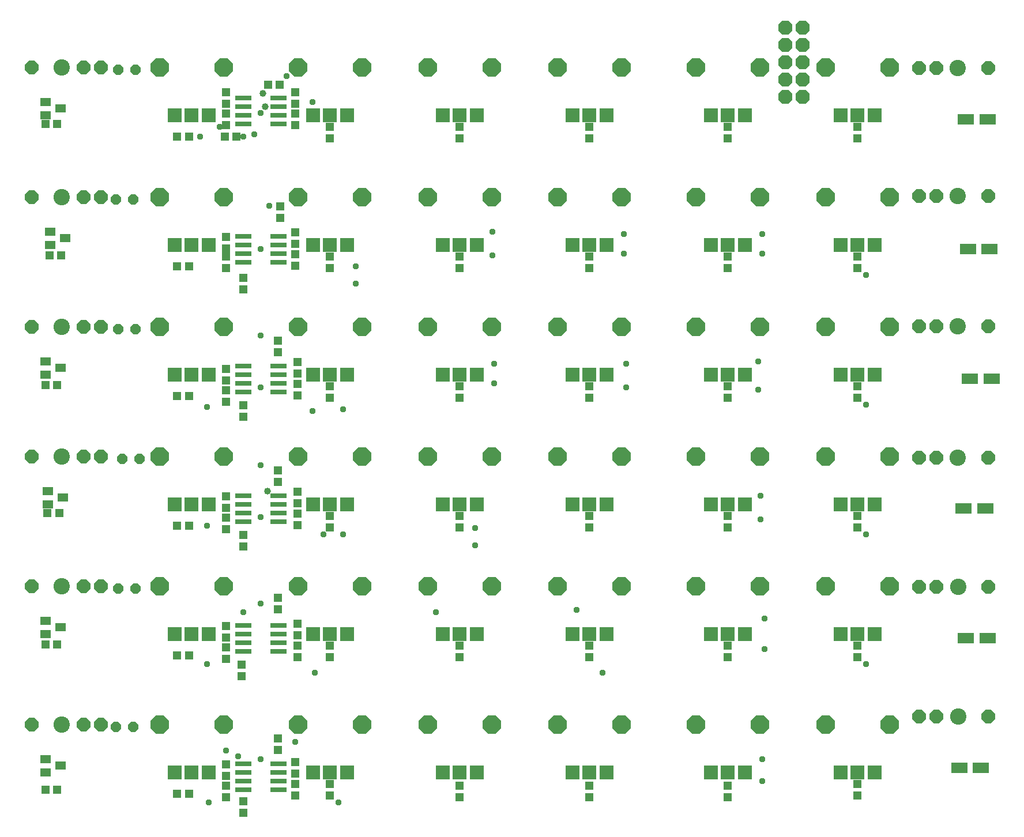
<source format=gts>
G75*
%MOIN*%
%OFA0B0*%
%FSLAX25Y25*%
%IPPOS*%
%LPD*%
%AMOC8*
5,1,8,0,0,1.08239X$1,22.5*
%
%ADD10OC8,0.07800*%
%ADD11C,0.09461*%
%ADD12R,0.04737X0.05131*%
%ADD13R,0.05131X0.04737*%
%ADD14R,0.09461X0.03162*%
%ADD15OC8,0.06000*%
%ADD16R,0.06312X0.04737*%
%ADD17R,0.08200X0.08200*%
%ADD18OC8,0.10800*%
%ADD19R,0.09461X0.06312*%
%ADD20OC8,0.08200*%
%ADD21C,0.03975*%
%ADD22C,0.03778*%
D10*
X0024100Y0066082D03*
X0054100Y0066082D03*
X0064100Y0066082D03*
X0064100Y0146082D03*
X0054100Y0146082D03*
X0024100Y0146082D03*
X0024100Y0221082D03*
X0054100Y0221082D03*
X0064100Y0221082D03*
X0064100Y0296082D03*
X0054100Y0296082D03*
X0024100Y0296082D03*
X0024100Y0371082D03*
X0054100Y0371082D03*
X0064100Y0371082D03*
X0064100Y0446082D03*
X0054100Y0446082D03*
X0024100Y0446082D03*
X0536948Y0445713D03*
X0546948Y0445713D03*
X0576948Y0445713D03*
X0577104Y0371865D03*
X0547104Y0371865D03*
X0537104Y0371865D03*
X0537104Y0296315D03*
X0547104Y0296315D03*
X0577104Y0296315D03*
X0577104Y0220638D03*
X0547104Y0220638D03*
X0537104Y0220638D03*
X0537231Y0145850D03*
X0547231Y0145850D03*
X0577231Y0145850D03*
X0577231Y0070681D03*
X0547231Y0070681D03*
X0537231Y0070681D03*
D11*
X0559731Y0070681D03*
X0559731Y0145850D03*
X0559604Y0220638D03*
X0559604Y0296315D03*
X0559604Y0371865D03*
X0559448Y0445713D03*
X0041600Y0446082D03*
X0041600Y0371082D03*
X0041600Y0296082D03*
X0041600Y0221082D03*
X0041600Y0146082D03*
X0041600Y0066082D03*
D12*
X0032004Y0028582D03*
X0038696Y0028582D03*
X0108254Y0026082D03*
X0114946Y0026082D03*
X0146600Y0021929D03*
X0146600Y0015236D03*
X0176600Y0037736D03*
X0176600Y0044429D03*
X0166600Y0051486D03*
X0166600Y0058179D03*
X0145350Y0093986D03*
X0145350Y0100679D03*
X0114946Y0106082D03*
X0108254Y0106082D03*
X0166600Y0132736D03*
X0166600Y0139429D03*
X0177850Y0124429D03*
X0177850Y0117736D03*
X0146600Y0168986D03*
X0146600Y0175679D03*
X0114946Y0181082D03*
X0108254Y0181082D03*
X0166600Y0206486D03*
X0166600Y0213179D03*
X0177850Y0200679D03*
X0177850Y0193986D03*
X0146600Y0243986D03*
X0146600Y0250679D03*
X0114946Y0256082D03*
X0108254Y0256082D03*
X0166600Y0281486D03*
X0166600Y0288179D03*
X0177850Y0275679D03*
X0177850Y0268986D03*
X0146600Y0317736D03*
X0146600Y0324429D03*
X0114946Y0331082D03*
X0108254Y0331082D03*
X0167850Y0358986D03*
X0176600Y0350679D03*
X0176600Y0343986D03*
X0167850Y0365679D03*
X0176600Y0412736D03*
X0176600Y0419429D03*
X0114946Y0406082D03*
X0108254Y0406082D03*
X0038696Y0413582D03*
X0032004Y0413582D03*
X0034504Y0337332D03*
X0041196Y0337332D03*
X0038696Y0262332D03*
X0032004Y0262332D03*
X0033254Y0188582D03*
X0039946Y0188582D03*
X0038696Y0112332D03*
X0032004Y0112332D03*
D13*
X0136600Y0110679D03*
X0136600Y0116486D03*
X0136600Y0123179D03*
X0136600Y0103986D03*
X0177850Y0105236D03*
X0177850Y0111929D03*
X0196600Y0111929D03*
X0196600Y0105236D03*
X0271600Y0105236D03*
X0271600Y0111929D03*
X0346600Y0111929D03*
X0346600Y0105236D03*
X0426600Y0105236D03*
X0426600Y0111929D03*
X0501600Y0111929D03*
X0501600Y0105236D03*
X0501600Y0031929D03*
X0501600Y0025236D03*
X0426600Y0023986D03*
X0426600Y0030679D03*
X0346600Y0030679D03*
X0346600Y0023986D03*
X0271600Y0023986D03*
X0271600Y0030679D03*
X0196600Y0031929D03*
X0196600Y0025236D03*
X0176600Y0025236D03*
X0176600Y0031929D03*
X0136600Y0030679D03*
X0136600Y0036486D03*
X0136600Y0043179D03*
X0136600Y0023986D03*
X0136600Y0178986D03*
X0136600Y0185679D03*
X0136600Y0191486D03*
X0136600Y0198179D03*
X0177850Y0188179D03*
X0177850Y0181486D03*
X0196600Y0180236D03*
X0196600Y0186929D03*
X0271600Y0186929D03*
X0271600Y0180236D03*
X0346600Y0180236D03*
X0346600Y0186929D03*
X0346600Y0255236D03*
X0346600Y0261929D03*
X0271600Y0261929D03*
X0271600Y0255236D03*
X0196600Y0255236D03*
X0196600Y0261929D03*
X0177850Y0263179D03*
X0177850Y0256486D03*
X0136600Y0259429D03*
X0136600Y0265236D03*
X0136600Y0271929D03*
X0136600Y0252736D03*
X0136600Y0330236D03*
X0136600Y0336929D03*
X0136600Y0341486D03*
X0136600Y0348179D03*
X0176600Y0338179D03*
X0176600Y0331486D03*
X0196600Y0330236D03*
X0196600Y0336929D03*
X0271600Y0336929D03*
X0271600Y0330236D03*
X0346600Y0330236D03*
X0346600Y0336929D03*
X0346600Y0405236D03*
X0346600Y0411929D03*
X0271600Y0411929D03*
X0271600Y0405236D03*
X0196600Y0405236D03*
X0196600Y0411929D03*
X0176600Y0425236D03*
X0176600Y0431929D03*
X0167446Y0436082D03*
X0160754Y0436082D03*
X0136600Y0431929D03*
X0136600Y0425236D03*
X0136600Y0419429D03*
X0136600Y0412736D03*
X0135754Y0406082D03*
X0142446Y0406082D03*
X0426600Y0405236D03*
X0426600Y0411929D03*
X0501600Y0411929D03*
X0501600Y0405236D03*
X0501600Y0336929D03*
X0501600Y0330236D03*
X0426600Y0330236D03*
X0426600Y0336929D03*
X0426600Y0261929D03*
X0426600Y0255236D03*
X0501600Y0255236D03*
X0501600Y0261929D03*
X0501600Y0186929D03*
X0501600Y0180236D03*
X0426600Y0180236D03*
X0426600Y0186929D03*
D14*
X0166836Y0188582D03*
X0166836Y0183582D03*
X0166836Y0193582D03*
X0166836Y0198582D03*
X0146364Y0198582D03*
X0146364Y0193582D03*
X0146364Y0188582D03*
X0146364Y0183582D03*
X0146364Y0123582D03*
X0146364Y0118582D03*
X0146364Y0113582D03*
X0146364Y0108582D03*
X0166836Y0108582D03*
X0166836Y0113582D03*
X0166836Y0118582D03*
X0166836Y0123582D03*
X0166836Y0043582D03*
X0166836Y0038582D03*
X0166836Y0033582D03*
X0166836Y0028582D03*
X0146364Y0028582D03*
X0146364Y0033582D03*
X0146364Y0038582D03*
X0146364Y0043582D03*
X0146364Y0258582D03*
X0146364Y0263582D03*
X0146364Y0268582D03*
X0146364Y0273582D03*
X0166836Y0273582D03*
X0166836Y0268582D03*
X0166836Y0263582D03*
X0166836Y0258582D03*
X0166836Y0333582D03*
X0166836Y0338582D03*
X0166836Y0343582D03*
X0166836Y0348582D03*
X0146364Y0348582D03*
X0146364Y0343582D03*
X0146364Y0338582D03*
X0146364Y0333582D03*
X0146364Y0413582D03*
X0146364Y0418582D03*
X0146364Y0423582D03*
X0146364Y0428582D03*
X0166836Y0428582D03*
X0166836Y0423582D03*
X0166836Y0418582D03*
X0166836Y0413582D03*
D15*
X0084100Y0444832D03*
X0074100Y0444832D03*
X0072850Y0369832D03*
X0082850Y0369832D03*
X0084100Y0294832D03*
X0074100Y0294832D03*
X0076600Y0219832D03*
X0086600Y0219832D03*
X0084100Y0144832D03*
X0074100Y0144832D03*
X0072850Y0064832D03*
X0082850Y0064832D03*
D16*
X0040931Y0042332D03*
X0032269Y0038592D03*
X0032269Y0046073D03*
X0032269Y0118592D03*
X0040931Y0122332D03*
X0032269Y0126073D03*
X0033519Y0193592D03*
X0033519Y0201073D03*
X0042181Y0197332D03*
X0032269Y0268592D03*
X0040931Y0272332D03*
X0032269Y0276073D03*
X0034769Y0343592D03*
X0034769Y0351073D03*
X0043431Y0347332D03*
X0032269Y0418592D03*
X0040931Y0422332D03*
X0032269Y0426073D03*
D17*
X0106757Y0418523D03*
X0116600Y0418523D03*
X0126443Y0418523D03*
X0186757Y0418523D03*
X0196600Y0418523D03*
X0206443Y0418523D03*
X0261757Y0418523D03*
X0271600Y0418523D03*
X0281443Y0418523D03*
X0336757Y0418523D03*
X0346600Y0418523D03*
X0356443Y0418523D03*
X0416757Y0418523D03*
X0426600Y0418523D03*
X0436443Y0418523D03*
X0491757Y0418523D03*
X0501600Y0418523D03*
X0511443Y0418523D03*
X0511443Y0343523D03*
X0501600Y0343523D03*
X0491757Y0343523D03*
X0436443Y0343523D03*
X0426600Y0343523D03*
X0416757Y0343523D03*
X0356443Y0343523D03*
X0346600Y0343523D03*
X0336757Y0343523D03*
X0281443Y0343523D03*
X0271600Y0343523D03*
X0261757Y0343523D03*
X0206443Y0343523D03*
X0196600Y0343523D03*
X0186757Y0343523D03*
X0126443Y0343523D03*
X0116600Y0343523D03*
X0106757Y0343523D03*
X0106757Y0268523D03*
X0116600Y0268523D03*
X0126443Y0268523D03*
X0186757Y0268523D03*
X0196600Y0268523D03*
X0206443Y0268523D03*
X0261757Y0268523D03*
X0271600Y0268523D03*
X0281443Y0268523D03*
X0336757Y0268523D03*
X0346600Y0268523D03*
X0356443Y0268523D03*
X0416757Y0268523D03*
X0426600Y0268523D03*
X0436443Y0268523D03*
X0491757Y0268523D03*
X0501600Y0268523D03*
X0511443Y0268523D03*
X0511443Y0193523D03*
X0501600Y0193523D03*
X0491757Y0193523D03*
X0436443Y0193523D03*
X0426600Y0193523D03*
X0416757Y0193523D03*
X0356443Y0193523D03*
X0346600Y0193523D03*
X0336757Y0193523D03*
X0281443Y0193523D03*
X0271600Y0193523D03*
X0261757Y0193523D03*
X0206443Y0193523D03*
X0196600Y0193523D03*
X0186757Y0193523D03*
X0126443Y0193523D03*
X0116600Y0193523D03*
X0106757Y0193523D03*
X0106757Y0118523D03*
X0116600Y0118523D03*
X0126443Y0118523D03*
X0186757Y0118523D03*
X0196600Y0118523D03*
X0206443Y0118523D03*
X0261757Y0118523D03*
X0271600Y0118523D03*
X0281443Y0118523D03*
X0336757Y0118523D03*
X0346600Y0118523D03*
X0356443Y0118523D03*
X0416757Y0118523D03*
X0426600Y0118523D03*
X0436443Y0118523D03*
X0491757Y0118523D03*
X0501600Y0118523D03*
X0511443Y0118523D03*
X0511443Y0038523D03*
X0501600Y0038523D03*
X0491757Y0038523D03*
X0436443Y0038523D03*
X0426600Y0038523D03*
X0416757Y0038523D03*
X0356443Y0038523D03*
X0346600Y0038523D03*
X0336757Y0038523D03*
X0281443Y0038523D03*
X0271600Y0038523D03*
X0261757Y0038523D03*
X0206443Y0038523D03*
X0196600Y0038523D03*
X0186757Y0038523D03*
X0126443Y0038523D03*
X0116600Y0038523D03*
X0106757Y0038523D03*
D18*
X0098096Y0066082D03*
X0135104Y0066082D03*
X0178096Y0066082D03*
X0215104Y0066082D03*
X0253096Y0066082D03*
X0290104Y0066082D03*
X0328096Y0066082D03*
X0365104Y0066082D03*
X0408096Y0066082D03*
X0445104Y0066082D03*
X0483096Y0066082D03*
X0520104Y0066082D03*
X0520104Y0146082D03*
X0483096Y0146082D03*
X0445104Y0146082D03*
X0408096Y0146082D03*
X0365104Y0146082D03*
X0328096Y0146082D03*
X0290104Y0146082D03*
X0253096Y0146082D03*
X0215104Y0146082D03*
X0178096Y0146082D03*
X0135104Y0146082D03*
X0098096Y0146082D03*
X0098096Y0221082D03*
X0135104Y0221082D03*
X0178096Y0221082D03*
X0215104Y0221082D03*
X0253096Y0221082D03*
X0290104Y0221082D03*
X0328096Y0221082D03*
X0365104Y0221082D03*
X0408096Y0221082D03*
X0445104Y0221082D03*
X0483096Y0221082D03*
X0520104Y0221082D03*
X0520104Y0296082D03*
X0483096Y0296082D03*
X0445104Y0296082D03*
X0408096Y0296082D03*
X0365104Y0296082D03*
X0328096Y0296082D03*
X0290104Y0296082D03*
X0253096Y0296082D03*
X0215104Y0296082D03*
X0178096Y0296082D03*
X0135104Y0296082D03*
X0098096Y0296082D03*
X0098096Y0371082D03*
X0135104Y0371082D03*
X0178096Y0371082D03*
X0215104Y0371082D03*
X0253096Y0371082D03*
X0290104Y0371082D03*
X0328096Y0371082D03*
X0365104Y0371082D03*
X0408096Y0371082D03*
X0445104Y0371082D03*
X0483096Y0371082D03*
X0520104Y0371082D03*
X0520104Y0446082D03*
X0483096Y0446082D03*
X0445104Y0446082D03*
X0408096Y0446082D03*
X0365104Y0446082D03*
X0328096Y0446082D03*
X0290104Y0446082D03*
X0253096Y0446082D03*
X0215104Y0446082D03*
X0178096Y0446082D03*
X0135104Y0446082D03*
X0098096Y0446082D03*
D19*
X0564051Y0416082D03*
X0576649Y0416082D03*
X0577899Y0341082D03*
X0565301Y0341082D03*
X0566551Y0266082D03*
X0579149Y0266082D03*
X0575399Y0191082D03*
X0562801Y0191082D03*
X0564051Y0116082D03*
X0576649Y0116082D03*
X0572899Y0041082D03*
X0560301Y0041082D03*
D20*
X0469739Y0429184D03*
X0459739Y0429184D03*
X0459739Y0439184D03*
X0469739Y0439184D03*
X0469739Y0449184D03*
X0459739Y0449184D03*
X0459739Y0459184D03*
X0469739Y0459184D03*
X0469739Y0469184D03*
X0459739Y0469184D03*
D21*
X0159100Y0423582D03*
X0157850Y0431082D03*
X0160350Y0201082D03*
D22*
X0156600Y0186082D03*
X0156600Y0216082D03*
X0186600Y0247332D03*
X0204100Y0248582D03*
X0156600Y0261082D03*
X0156600Y0291082D03*
X0125350Y0249832D03*
X0125350Y0181082D03*
X0156600Y0136082D03*
X0146600Y0131082D03*
X0125350Y0101082D03*
X0176600Y0056082D03*
X0156600Y0046082D03*
X0143360Y0047842D03*
X0136600Y0051082D03*
X0126600Y0021082D03*
X0201600Y0021082D03*
X0187850Y0096082D03*
X0257850Y0131082D03*
X0280350Y0169832D03*
X0280350Y0179832D03*
X0339100Y0132332D03*
X0354100Y0096082D03*
X0447850Y0109832D03*
X0447850Y0127332D03*
X0506600Y0101082D03*
X0446600Y0046082D03*
X0446600Y0033582D03*
X0506600Y0176082D03*
X0445350Y0184832D03*
X0445350Y0198582D03*
X0506600Y0251082D03*
X0444100Y0259832D03*
X0444100Y0276082D03*
X0506600Y0326082D03*
X0446600Y0338582D03*
X0446600Y0349832D03*
X0366600Y0349832D03*
X0366600Y0338582D03*
X0367850Y0274832D03*
X0367850Y0261082D03*
X0291600Y0263582D03*
X0291600Y0274832D03*
X0290350Y0337332D03*
X0290350Y0351082D03*
X0211600Y0331082D03*
X0211600Y0321082D03*
X0156600Y0341082D03*
X0161600Y0366082D03*
X0152850Y0407332D03*
X0146600Y0406082D03*
X0132759Y0411940D03*
X0121600Y0406082D03*
X0156600Y0419832D03*
X0171600Y0441082D03*
X0186600Y0426082D03*
X0192850Y0176082D03*
X0204100Y0176082D03*
M02*

</source>
